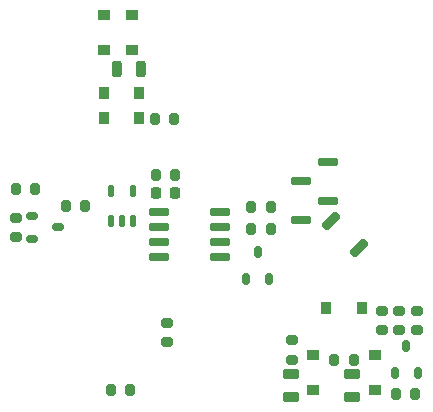
<source format=gbr>
%TF.GenerationSoftware,KiCad,Pcbnew,9.0.2-9.0.2-0~ubuntu24.04.1*%
%TF.CreationDate,2025-05-26T21:32:44+03:00*%
%TF.ProjectId,PCutSpeedCTRL,50437574-5370-4656-9564-4354524c2e6b,V01*%
%TF.SameCoordinates,PX5f5e100PY5f5e100*%
%TF.FileFunction,Paste,Bot*%
%TF.FilePolarity,Positive*%
%FSLAX46Y46*%
G04 Gerber Fmt 4.6, Leading zero omitted, Abs format (unit mm)*
G04 Created by KiCad (PCBNEW 9.0.2-9.0.2-0~ubuntu24.04.1) date 2025-05-26 21:32:44*
%MOMM*%
%LPD*%
G01*
G04 APERTURE LIST*
G04 Aperture macros list*
%AMRoundRect*
0 Rectangle with rounded corners*
0 $1 Rounding radius*
0 $2 $3 $4 $5 $6 $7 $8 $9 X,Y pos of 4 corners*
0 Add a 4 corners polygon primitive as box body*
4,1,4,$2,$3,$4,$5,$6,$7,$8,$9,$2,$3,0*
0 Add four circle primitives for the rounded corners*
1,1,$1+$1,$2,$3*
1,1,$1+$1,$4,$5*
1,1,$1+$1,$6,$7*
1,1,$1+$1,$8,$9*
0 Add four rect primitives between the rounded corners*
20,1,$1+$1,$2,$3,$4,$5,0*
20,1,$1+$1,$4,$5,$6,$7,0*
20,1,$1+$1,$6,$7,$8,$9,0*
20,1,$1+$1,$8,$9,$2,$3,0*%
G04 Aperture macros list end*
%ADD10RoundRect,0.204545X-0.245455X-0.345455X0.245455X-0.345455X0.245455X0.345455X-0.245455X0.345455X0*%
%ADD11RoundRect,0.225000X0.225000X0.250000X-0.225000X0.250000X-0.225000X-0.250000X0.225000X-0.250000X0*%
%ADD12RoundRect,0.200000X0.200000X0.275000X-0.200000X0.275000X-0.200000X-0.275000X0.200000X-0.275000X0*%
%ADD13RoundRect,0.204545X0.345455X-0.245455X0.345455X0.245455X-0.345455X0.245455X-0.345455X-0.245455X0*%
%ADD14RoundRect,0.166667X-0.648181X-0.353553X-0.353553X-0.648181X0.648181X0.353553X0.353553X0.648181X0*%
%ADD15RoundRect,0.200000X-0.200000X-0.275000X0.200000X-0.275000X0.200000X0.275000X-0.200000X0.275000X0*%
%ADD16RoundRect,0.204545X-0.345455X0.245455X-0.345455X-0.245455X0.345455X-0.245455X0.345455X0.245455X0*%
%ADD17RoundRect,0.195122X0.204878X0.504878X-0.204878X0.504878X-0.204878X-0.504878X0.204878X-0.504878X0*%
%ADD18RoundRect,0.200000X0.275000X-0.200000X0.275000X0.200000X-0.275000X0.200000X-0.275000X-0.200000X0*%
%ADD19RoundRect,0.200000X-0.275000X0.200000X-0.275000X-0.200000X0.275000X-0.200000X0.275000X0.200000X0*%
%ADD20RoundRect,0.200000X-0.500000X0.200000X-0.500000X-0.200000X0.500000X-0.200000X0.500000X0.200000X0*%
%ADD21RoundRect,0.166667X-0.708333X0.208333X-0.708333X-0.208333X0.708333X-0.208333X0.708333X0.208333X0*%
%ADD22RoundRect,0.137500X-0.137500X0.362500X-0.137500X-0.362500X0.137500X-0.362500X0.137500X0.362500X0*%
%ADD23RoundRect,0.150000X-0.150000X0.350000X-0.150000X-0.350000X0.150000X-0.350000X0.150000X0.350000X0*%
%ADD24RoundRect,0.150000X0.725000X0.150000X-0.725000X0.150000X-0.725000X-0.150000X0.725000X-0.150000X0*%
%ADD25RoundRect,0.204545X0.245455X0.345455X-0.245455X0.345455X-0.245455X-0.345455X0.245455X-0.345455X0*%
%ADD26RoundRect,0.200000X0.500000X-0.200000X0.500000X0.200000X-0.500000X0.200000X-0.500000X-0.200000X0*%
%ADD27RoundRect,0.150000X0.350000X0.150000X-0.350000X0.150000X-0.350000X-0.150000X0.350000X-0.150000X0*%
G04 APERTURE END LIST*
D10*
%TO.C,D7*%
X-10000000Y10400000D03*
X-13000000Y10400000D03*
%TD*%
D11*
%TO.C,C6*%
X-8575000Y1900000D03*
X-7025000Y1900000D03*
%TD*%
D12*
%TO.C,C9*%
X-16225000Y800000D03*
X-14575000Y800000D03*
%TD*%
D13*
%TO.C,D2*%
X-13046990Y17000000D03*
X-13046990Y14000000D03*
%TD*%
D14*
%TO.C,C8*%
X8566726Y-2766726D03*
X6233274Y-433274D03*
%TD*%
D15*
%TO.C,R14*%
X-18825000Y2250000D03*
X-20475000Y2250000D03*
%TD*%
D16*
%TO.C,D1*%
X-10600000Y14000000D03*
X-10600000Y17000000D03*
%TD*%
D17*
%TO.C,C4*%
X-11900000Y12400000D03*
X-9900000Y12400000D03*
%TD*%
D15*
%TO.C,R7*%
X1125000Y700000D03*
X-525000Y700000D03*
%TD*%
D10*
%TO.C,D4*%
X8800000Y-7800000D03*
X5800000Y-7800000D03*
%TD*%
D18*
%TO.C,R11*%
X2900000Y-10575000D03*
X2900000Y-12225000D03*
%TD*%
D19*
%TO.C,R13*%
X-20462500Y-1825000D03*
X-20462500Y-175000D03*
%TD*%
D13*
%TO.C,D5*%
X4700000Y-11800000D03*
X4700000Y-14800000D03*
%TD*%
%TO.C,D3*%
X9900000Y-11800000D03*
X9900000Y-14800000D03*
%TD*%
D12*
%TO.C,R12*%
X6475000Y-12200000D03*
X8125000Y-12200000D03*
%TD*%
D18*
%TO.C,R6*%
X-7700000Y-9075000D03*
X-7700000Y-10725000D03*
%TD*%
D20*
%TO.C,D9*%
X8000000Y-15400000D03*
X8000000Y-13400000D03*
%TD*%
D15*
%TO.C,R16*%
X-10775000Y-14800000D03*
X-12425000Y-14800000D03*
%TD*%
D12*
%TO.C,R15*%
X11675000Y-15100000D03*
X13325000Y-15100000D03*
%TD*%
D21*
%TO.C,R5*%
X3700000Y-350000D03*
X3700000Y2950000D03*
%TD*%
%TO.C,R4*%
X6000000Y1250000D03*
X6000000Y4550000D03*
%TD*%
D19*
%TO.C,R3*%
X12000000Y-9725000D03*
X12000000Y-8075000D03*
%TD*%
D22*
%TO.C,U5*%
X-10550000Y-500000D03*
X-11500000Y-500000D03*
X-12450000Y-500000D03*
X-12450000Y2100000D03*
X-10550000Y2100000D03*
%TD*%
D23*
%TO.C,Q2*%
X13550000Y-13337500D03*
X11650000Y-13337500D03*
X12600000Y-11062500D03*
%TD*%
D24*
%TO.C,U3*%
X-8375000Y-3505000D03*
X-8375000Y-2235000D03*
X-8375000Y-965000D03*
X-8375000Y305000D03*
X-3225000Y305000D03*
X-3225000Y-965000D03*
X-3225000Y-2235000D03*
X-3225000Y-3505000D03*
%TD*%
D23*
%TO.C,U4*%
X950000Y-5337500D03*
X-950000Y-5337500D03*
X0Y-3062500D03*
%TD*%
D19*
%TO.C,R10*%
X13500000Y-9725000D03*
X13500000Y-8075000D03*
%TD*%
D25*
%TO.C,D6*%
X-13000000Y8300000D03*
X-10000000Y8300000D03*
%TD*%
D12*
%TO.C,C5*%
X-8625000Y3400000D03*
X-6975000Y3400000D03*
%TD*%
%TO.C,R8*%
X-525000Y-1100000D03*
X1125000Y-1100000D03*
%TD*%
D15*
%TO.C,R9*%
X-7075000Y8200000D03*
X-8725000Y8200000D03*
%TD*%
D26*
%TO.C,D8*%
X2800000Y-13400000D03*
X2800000Y-15400000D03*
%TD*%
D18*
%TO.C,C7*%
X10500000Y-8075000D03*
X10500000Y-9725000D03*
%TD*%
D27*
%TO.C,Q3*%
X-19137500Y-1950000D03*
X-19137500Y-50000D03*
X-16862500Y-1000000D03*
%TD*%
M02*

</source>
